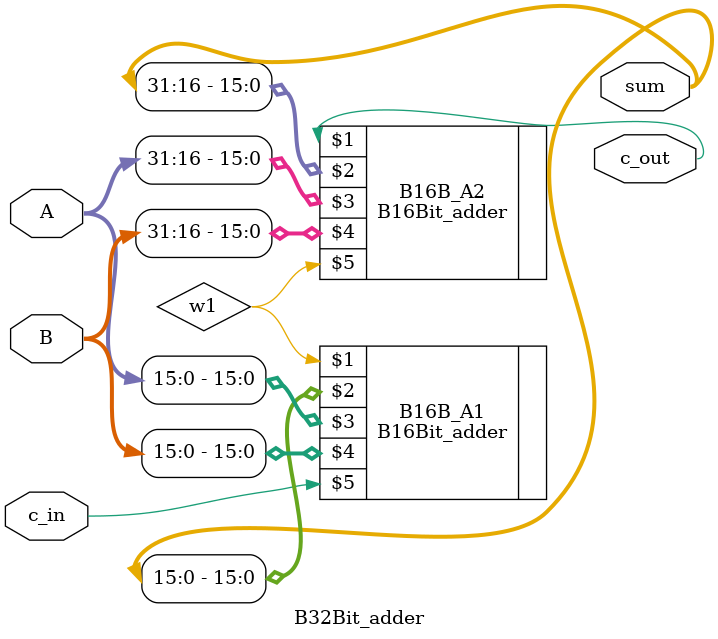
<source format=v>
`timescale 1ns / 1ps
module B32Bit_adder(c_in, sum, A, B, c_out);
  
  input [31:0] A;
  input [31:0] B; 
  input c_in;
  
  output [31:0] sum; 
  output c_out; 
  
  wire w1; 
  
  B16Bit_adder B16B_A1(w1, sum[15:0], A[15:0], B[15:0], c_in);
  B16Bit_adder B16B_A2(c_out, sum[31:16],A[31:16], B[31:16], w1);
  
endmodule
</source>
